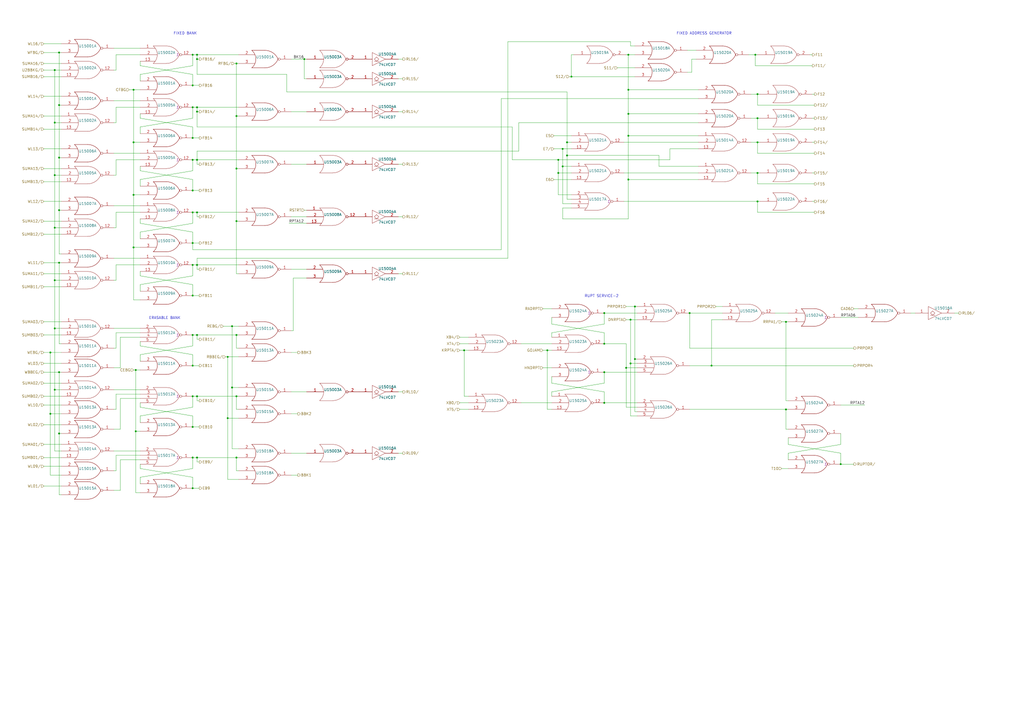
<source format=kicad_sch>
(kicad_sch (version 20211123) (generator eeschema)
  (paper "A2")
  (junction (at 29.21 204.47))
  (junction (at 111.76 80.01))
  (junction (at 111.76 247.65))
  (junction (at 111.76 49.53))
  (junction (at 350.52 181.61))
  (junction (at 323.85 100.33))
  (junction (at 137.16 128.27))
  (junction (at 114.3 62.23))
  (junction (at 132.08 242.57))
  (junction (at 439.42 100.33))
  (junction (at 31.75 132.08))
  (junction (at 326.39 96.52))
  (junction (at 269.24 203.2))
  (junction (at 368.3 177.8))
  (junction (at 326.39 86.36))
  (junction (at 77.47 143.51))
  (junction (at 438.15 31.75))
  (junction (at 114.3 123.19))
  (junction (at 134.62 189.23))
  (junction (at 111.76 265.43))
  (junction (at 137.16 67.31))
  (junction (at 365.76 185.42))
  (junction (at 350.52 199.39))
  (junction (at 111.76 194.31))
  (junction (at 77.47 113.03))
  (junction (at 114.3 229.87))
  (junction (at 77.47 52.07))
  (junction (at 412.75 212.09))
  (junction (at 111.76 171.45))
  (junction (at 31.75 71.12))
  (junction (at 364.49 31.75))
  (junction (at 111.76 229.87))
  (junction (at 111.76 110.49))
  (junction (at 111.76 153.67))
  (junction (at 137.16 97.79))
  (junction (at 111.76 140.97))
  (junction (at 114.3 153.67))
  (junction (at 364.49 104.14))
  (junction (at 114.3 265.43))
  (junction (at 111.76 212.09))
  (junction (at 364.49 78.74))
  (junction (at 137.16 36.83))
  (junction (at 111.76 123.19))
  (junction (at 114.3 31.75))
  (junction (at 78.74 250.19))
  (junction (at 29.21 240.03))
  (junction (at 114.3 92.71))
  (junction (at 328.93 82.55))
  (junction (at 368.3 208.28))
  (junction (at 331.47 44.45))
  (junction (at 114.3 194.31))
  (junction (at 176.53 34.29))
  (junction (at 137.16 229.87))
  (junction (at 439.42 68.58))
  (junction (at 34.29 121.92))
  (junction (at 31.75 190.5))
  (junction (at 34.29 30.48))
  (junction (at 364.49 52.07))
  (junction (at 439.42 54.61))
  (junction (at 114.3 64.77))
  (junction (at 363.22 213.36))
  (junction (at 34.29 215.9))
  (junction (at 78.74 214.63))
  (junction (at 132.08 207.01))
  (junction (at 34.29 91.44))
  (junction (at 439.42 116.84))
  (junction (at 114.3 34.29))
  (junction (at 350.52 233.68))
  (junction (at 111.76 31.75))
  (junction (at 487.68 269.24))
  (junction (at 34.29 60.96))
  (junction (at 364.49 66.04))
  (junction (at 31.75 162.56))
  (junction (at 455.93 186.69))
  (junction (at 111.76 92.71))
  (junction (at 77.47 82.55))
  (junction (at 31.75 40.64))
  (junction (at 111.76 62.23))
  (junction (at 323.85 92.71))
  (junction (at 31.75 226.06))
  (junction (at 439.42 82.55))
  (junction (at 34.29 152.4))
  (junction (at 111.76 283.21))
  (junction (at 317.5 203.2))
  (junction (at 328.93 90.17))
  (junction (at 455.93 237.49))
  (junction (at 137.16 194.31))
  (junction (at 134.62 224.79))
  (junction (at 400.05 181.61))
  (junction (at 365.76 210.82))
  (junction (at 350.52 215.9))
  (junction (at 34.29 251.46))
  (junction (at 31.75 101.6))
  (junction (at 137.16 265.43))
  (wire (pts (xy 137.16 158.75) (xy 138.43 158.75)))
  (wire (pts (xy 176.53 45.72) (xy 176.53 34.29)))
  (wire (pts (xy 471.17 54.61) (xy 472.44 54.61)))
  (wire (pts (xy 317.5 203.2) (xy 320.04 203.2)))
  (wire (pts (xy 439.42 54.61) (xy 439.42 60.96)))
  (wire (pts (xy 368.3 238.76) (xy 369.57 238.76)))
  (wire (pts (xy 297.18 92.71) (xy 297.18 73.66)))
  (wire (pts (xy 439.42 123.19) (xy 472.44 123.19)))
  (wire (pts (xy 74.93 52.07) (xy 77.47 52.07)))
  (wire (pts (xy 455.93 186.69) (xy 457.2 186.69)))
  (wire (pts (xy 231.14 95.25) (xy 233.68 95.25)))
  (wire (pts (xy 114.3 156.21) (xy 115.57 156.21)))
  (wire (pts (xy 231.14 45.72) (xy 233.68 45.72)))
  (wire (pts (xy 31.75 162.56) (xy 35.56 162.56)))
  (wire (pts (xy 35.56 194.31) (xy 25.4 194.31)))
  (wire (pts (xy 134.62 260.35) (xy 138.43 260.35)))
  (wire (pts (xy 66.04 201.93) (xy 67.31 201.93)))
  (wire (pts (xy 271.78 199.39) (xy 266.7 199.39)))
  (wire (pts (xy 438.15 31.75) (xy 438.15 38.1)))
  (wire (pts (xy 330.2 44.45) (xy 331.47 44.45)))
  (wire (pts (xy 114.3 265.43) (xy 137.16 265.43)))
  (wire (pts (xy 67.31 237.49) (xy 67.31 228.6)))
  (wire (pts (xy 67.31 162.56) (xy 66.04 162.56)))
  (wire (pts (xy 34.29 30.48) (xy 35.56 30.48)))
  (wire (pts (xy 69.85 266.7) (xy 81.28 266.7)))
  (wire (pts (xy 350.52 233.68) (xy 369.57 233.68)))
  (wire (pts (xy 300.99 71.12) (xy 405.13 71.12)))
  (wire (pts (xy 66.04 213.36) (xy 69.85 213.36)))
  (wire (pts (xy 365.76 26.67) (xy 368.3 26.67)))
  (wire (pts (xy 31.75 190.5) (xy 35.56 190.5)))
  (wire (pts (xy 81.28 200.66) (xy 81.28 198.12)))
  (wire (pts (xy 67.31 193.04) (xy 81.28 193.04)))
  (wire (pts (xy 323.85 100.33) (xy 331.47 100.33)))
  (wire (pts (xy 114.3 229.87) (xy 114.3 232.41)))
  (wire (pts (xy 67.31 264.16) (xy 81.28 264.16)))
  (wire (pts (xy 382.27 90.17) (xy 382.27 96.52)))
  (wire (pts (xy 111.76 123.19) (xy 111.76 129.54)))
  (wire (pts (xy 34.29 251.46) (xy 34.29 287.02)))
  (wire (pts (xy 81.28 205.74) (xy 81.28 209.55)))
  (wire (pts (xy 114.3 153.67) (xy 138.43 153.67)))
  (wire (pts (xy 271.78 237.49) (xy 266.7 237.49)))
  (wire (pts (xy 168.91 275.59) (xy 172.72 275.59)))
  (wire (pts (xy 114.3 31.75) (xy 138.43 31.75)))
  (wire (pts (xy 111.76 31.75) (xy 114.3 31.75)))
  (wire (pts (xy 29.21 204.47) (xy 35.56 204.47)))
  (wire (pts (xy 331.47 104.14) (xy 321.31 104.14)))
  (wire (pts (xy 134.62 189.23) (xy 134.62 224.79)))
  (wire (pts (xy 31.75 71.12) (xy 35.56 71.12)))
  (wire (pts (xy 29.21 204.47) (xy 29.21 240.03)))
  (wire (pts (xy 66.04 226.06) (xy 81.28 226.06)))
  (wire (pts (xy 81.28 236.22) (xy 81.28 233.68)))
  (wire (pts (xy 364.49 104.14) (xy 364.49 127)))
  (wire (pts (xy 368.3 39.37) (xy 358.14 39.37)))
  (wire (pts (xy 67.31 132.08) (xy 66.04 132.08)))
  (wire (pts (xy 114.3 31.75) (xy 114.3 34.29)))
  (wire (pts (xy 134.62 224.79) (xy 138.43 224.79)))
  (wire (pts (xy 111.76 271.78) (xy 81.28 276.86)))
  (wire (pts (xy 365.76 185.42) (xy 365.76 210.82)))
  (wire (pts (xy 439.42 60.96) (xy 472.44 60.96)))
  (wire (pts (xy 331.47 31.75) (xy 332.74 31.75)))
  (wire (pts (xy 382.27 96.52) (xy 405.13 96.52)))
  (wire (pts (xy 137.16 97.79) (xy 137.16 128.27)))
  (wire (pts (xy 114.3 149.86) (xy 114.3 153.67)))
  (wire (pts (xy 77.47 52.07) (xy 77.47 82.55)))
  (wire (pts (xy 34.29 251.46) (xy 35.56 251.46)))
  (wire (pts (xy 457.2 271.78) (xy 453.39 271.78)))
  (wire (pts (xy 111.76 62.23) (xy 111.76 68.58)))
  (wire (pts (xy 66.04 261.62) (xy 81.28 261.62)))
  (wire (pts (xy 455.93 232.41) (xy 457.2 232.41)))
  (wire (pts (xy 132.08 242.57) (xy 138.43 242.57)))
  (wire (pts (xy 326.39 86.36) (xy 331.47 86.36)))
  (wire (pts (xy 31.75 40.64) (xy 31.75 71.12)))
  (wire (pts (xy 364.49 31.75) (xy 364.49 52.07)))
  (wire (pts (xy 111.76 123.19) (xy 114.3 123.19)))
  (wire (pts (xy 320.04 213.36) (xy 314.96 213.36)))
  (wire (pts (xy 271.78 233.68) (xy 266.7 233.68)))
  (wire (pts (xy 111.76 160.02) (xy 81.28 165.1)))
  (wire (pts (xy 363.22 31.75) (xy 364.49 31.75)))
  (wire (pts (xy 114.3 92.71) (xy 138.43 92.71)))
  (wire (pts (xy 439.42 82.55) (xy 440.69 82.55)))
  (wire (pts (xy 326.39 118.11) (xy 331.47 118.11)))
  (wire (pts (xy 455.93 248.92) (xy 457.2 248.92)))
  (wire (pts (xy 368.3 208.28) (xy 368.3 238.76)))
  (wire (pts (xy 114.3 34.29) (xy 114.3 43.18)))
  (wire (pts (xy 297.18 73.66) (xy 114.3 73.66)))
  (wire (pts (xy 137.16 237.49) (xy 138.43 237.49)))
  (wire (pts (xy 81.28 68.58) (xy 81.28 66.04)))
  (wire (pts (xy 29.21 240.03) (xy 29.21 275.59)))
  (wire (pts (xy 166.37 43.18) (xy 166.37 53.34)))
  (wire (pts (xy 35.56 105.41) (xy 25.4 105.41)))
  (wire (pts (xy 114.3 123.19) (xy 138.43 123.19)))
  (wire (pts (xy 137.16 229.87) (xy 138.43 229.87)))
  (wire (pts (xy 29.21 240.03) (xy 35.56 240.03)))
  (wire (pts (xy 34.29 147.32) (xy 35.56 147.32)))
  (wire (pts (xy 81.28 38.1) (xy 81.28 35.56)))
  (wire (pts (xy 361.95 116.84) (xy 439.42 116.84)))
  (wire (pts (xy 168.91 204.47) (xy 172.72 204.47)))
  (wire (pts (xy 132.08 242.57) (xy 132.08 278.13)))
  (wire (pts (xy 130.81 207.01) (xy 132.08 207.01)))
  (wire (pts (xy 271.78 195.58) (xy 266.7 195.58)))
  (wire (pts (xy 25.4 152.4) (xy 34.29 152.4)))
  (wire (pts (xy 67.31 71.12) (xy 66.04 71.12)))
  (wire (pts (xy 137.16 273.05) (xy 138.43 273.05)))
  (wire (pts (xy 365.76 210.82) (xy 369.57 210.82)))
  (wire (pts (xy 419.1 177.8) (xy 415.29 177.8)))
  (wire (pts (xy 439.42 82.55) (xy 439.42 88.9)))
  (wire (pts (xy 25.4 204.47) (xy 29.21 204.47)))
  (wire (pts (xy 81.28 271.78) (xy 81.28 269.24)))
  (wire (pts (xy 137.16 265.43) (xy 137.16 273.05)))
  (wire (pts (xy 34.29 91.44) (xy 34.29 121.92)))
  (wire (pts (xy 302.26 233.68) (xy 320.04 233.68)))
  (wire (pts (xy 111.76 49.53) (xy 115.57 49.53)))
  (wire (pts (xy 114.3 123.19) (xy 114.3 125.73)))
  (wire (pts (xy 317.5 203.2) (xy 317.5 237.49)))
  (wire (pts (xy 439.42 106.68) (xy 472.44 106.68)))
  (wire (pts (xy 31.75 132.08) (xy 35.56 132.08)))
  (wire (pts (xy 368.3 177.8) (xy 369.57 177.8)))
  (wire (pts (xy 81.28 104.14) (xy 81.28 107.95)))
  (wire (pts (xy 78.74 250.19) (xy 78.74 285.75)))
  (wire (pts (xy 67.31 228.6) (xy 81.28 228.6)))
  (wire (pts (xy 321.31 86.36) (xy 326.39 86.36)))
  (wire (pts (xy 111.76 212.09) (xy 115.57 212.09)))
  (wire (pts (xy 471.17 68.58) (xy 472.44 68.58)))
  (wire (pts (xy 35.56 186.69) (xy 25.4 186.69)))
  (wire (pts (xy 111.76 165.1) (xy 81.28 160.02)))
  (wire (pts (xy 111.76 99.06) (xy 81.28 104.14)))
  (wire (pts (xy 35.56 86.36) (xy 25.4 86.36)))
  (wire (pts (xy 168.91 240.03) (xy 172.72 240.03)))
  (wire (pts (xy 364.49 66.04) (xy 364.49 78.74)))
  (wire (pts (xy 364.49 52.07) (xy 405.13 52.07)))
  (wire (pts (xy 111.76 68.58) (xy 81.28 73.66)))
  (wire (pts (xy 35.56 116.84) (xy 25.4 116.84)))
  (wire (pts (xy 114.3 194.31) (xy 114.3 196.85)))
  (wire (pts (xy 364.49 104.14) (xy 405.13 104.14)))
  (wire (pts (xy 439.42 68.58) (xy 440.69 68.58)))
  (wire (pts (xy 439.42 88.9) (xy 472.44 88.9)))
  (wire (pts (xy 81.28 153.67) (xy 67.31 153.67)))
  (wire (pts (xy 137.16 67.31) (xy 138.43 67.31)))
  (wire (pts (xy 111.76 43.18) (xy 81.28 38.1)))
  (wire (pts (xy 35.56 210.82) (xy 25.4 210.82)))
  (wire (pts (xy 35.56 158.75) (xy 25.4 158.75)))
  (wire (pts (xy 471.17 82.55) (xy 472.44 82.55)))
  (wire (pts (xy 365.76 241.3) (xy 369.57 241.3)))
  (wire (pts (xy 350.52 199.39) (xy 363.22 199.39)))
  (wire (pts (xy 111.76 194.31) (xy 111.76 200.66)))
  (wire (pts (xy 81.28 92.71) (xy 67.31 92.71)))
  (wire (pts (xy 67.31 153.67) (xy 67.31 162.56)))
  (wire (pts (xy 137.16 36.83) (xy 138.43 36.83)))
  (wire (pts (xy 528.32 181.61) (xy 530.86 181.61)))
  (wire (pts (xy 364.49 127) (xy 326.39 127)))
  (wire (pts (xy 78.74 214.63) (xy 78.74 250.19)))
  (wire (pts (xy 34.29 60.96) (xy 34.29 91.44)))
  (wire (pts (xy 320.04 222.25) (xy 320.04 218.44)))
  (wire (pts (xy 400.05 181.61) (xy 400.05 201.93)))
  (wire (pts (xy 412.75 185.42) (xy 419.1 185.42)))
  (wire (pts (xy 176.53 34.29) (xy 177.8 34.29)))
  (wire (pts (xy 81.28 241.3) (xy 81.28 245.11)))
  (wire (pts (xy 81.28 43.18) (xy 81.28 46.99)))
  (wire (pts (xy 170.18 161.29) (xy 177.8 161.29)))
  (wire (pts (xy 81.28 123.19) (xy 67.31 123.19)))
  (wire (pts (xy 111.76 171.45) (xy 115.57 171.45)))
  (wire (pts (xy 81.28 62.23) (xy 67.31 62.23)))
  (wire (pts (xy 363.22 177.8) (xy 368.3 177.8)))
  (wire (pts (xy 177.8 121.92) (xy 176.53 121.92)))
  (wire (pts (xy 497.84 179.07) (xy 495.3 179.07)))
  (wire (pts (xy 111.76 247.65) (xy 111.76 241.3)))
  (wire (pts (xy 177.8 156.21) (xy 168.91 156.21)))
  (wire (pts (xy 435.61 54.61) (xy 439.42 54.61)))
  (wire (pts (xy 328.93 53.34) (xy 328.93 82.55)))
  (wire (pts (xy 77.47 113.03) (xy 81.28 113.03)))
  (wire (pts (xy 137.16 229.87) (xy 137.16 237.49)))
  (wire (pts (xy 111.76 283.21) (xy 115.57 283.21)))
  (wire (pts (xy 412.75 212.09) (xy 495.3 212.09)))
  (wire (pts (xy 111.76 276.86) (xy 81.28 271.78)))
  (wire (pts (xy 111.76 73.66) (xy 81.28 68.58)))
  (wire (pts (xy 69.85 213.36) (xy 69.85 195.58)))
  (wire (pts (xy 350.52 181.61) (xy 350.52 187.96)))
  (wire (pts (xy 111.76 247.65) (xy 115.57 247.65)))
  (wire (pts (xy 114.3 87.63) (xy 114.3 92.71)))
  (wire (pts (xy 166.37 53.34) (xy 328.93 53.34)))
  (wire (pts (xy 328.93 82.55) (xy 328.93 90.17)))
  (wire (pts (xy 134.62 224.79) (xy 134.62 260.35)))
  (wire (pts (xy 111.76 92.71) (xy 111.76 99.06)))
  (wire (pts (xy 231.14 262.89) (xy 233.68 262.89)))
  (wire (pts (xy 388.62 86.36) (xy 388.62 92.71)))
  (wire (pts (xy 439.42 100.33) (xy 440.69 100.33)))
  (wire (pts (xy 114.3 87.63) (xy 300.99 87.63)))
  (wire (pts (xy 331.47 31.75) (xy 331.47 44.45)))
  (wire (pts (xy 35.56 97.79) (xy 25.4 97.79)))
  (wire (pts (xy 487.68 257.81) (xy 457.2 262.89)))
  (wire (pts (xy 66.04 88.9) (xy 81.28 88.9)))
  (wire (pts (xy 111.76 80.01) (xy 115.57 80.01)))
  (wire (pts (xy 35.56 257.81) (xy 25.4 257.81)))
  (wire (pts (xy 77.47 143.51) (xy 81.28 143.51)))
  (wire (pts (xy 455.93 237.49) (xy 457.2 237.49)))
  (wire (pts (xy 25.4 40.64) (xy 31.75 40.64)))
  (wire (pts (xy 31.75 101.6) (xy 31.75 132.08)))
  (wire (pts (xy 168.91 262.89) (xy 177.8 262.89)))
  (wire (pts (xy 368.3 177.8) (xy 368.3 208.28)))
  (wire (pts (xy 439.42 116.84) (xy 439.42 123.19)))
  (wire (pts (xy 34.29 199.39) (xy 34.29 152.4)))
  (wire (pts (xy 401.32 34.29) (xy 403.86 34.29)))
  (wire (pts (xy 453.39 186.69) (xy 455.93 186.69)))
  (wire (pts (xy 137.16 201.93) (xy 138.43 201.93)))
  (wire (pts (xy 487.68 234.95) (xy 501.65 234.95)))
  (wire (pts (xy 29.21 275.59) (xy 35.56 275.59)))
  (wire (pts (xy 487.68 184.15) (xy 497.84 184.15)))
  (wire (pts (xy 434.34 31.75) (xy 438.15 31.75)))
  (wire (pts (xy 66.04 58.42) (xy 81.28 58.42)))
  (wire (pts (xy 132.08 278.13) (xy 138.43 278.13)))
  (wire (pts (xy 363.22 199.39) (xy 363.22 213.36)))
  (wire (pts (xy 111.76 265.43) (xy 111.76 271.78)))
  (wire (pts (xy 111.76 62.23) (xy 114.3 62.23)))
  (wire (pts (xy 67.31 123.19) (xy 67.31 132.08)))
  (wire (pts (xy 135.89 36.83) (xy 137.16 36.83)))
  (wire (pts (xy 170.18 191.77) (xy 170.18 161.29)))
  (wire (pts (xy 350.52 215.9) (xy 350.52 222.25)))
  (wire (pts (xy 331.47 44.45) (xy 368.3 44.45)))
  (wire (pts (xy 111.76 229.87) (xy 111.76 236.22)))
  (wire (pts (xy 400.05 201.93) (xy 495.3 201.93)))
  (wire (pts (xy 35.56 67.31) (xy 25.4 67.31)))
  (wire (pts (xy 35.56 265.43) (xy 25.4 265.43)))
  (wire (pts (xy 81.28 165.1) (xy 81.28 168.91)))
  (wire (pts (xy 25.4 30.48) (xy 34.29 30.48)))
  (wire (pts (xy 35.56 222.25) (xy 25.4 222.25)))
  (wire (pts (xy 67.31 273.05) (xy 67.31 264.16)))
  (wire (pts (xy 34.29 30.48) (xy 34.29 60.96)))
  (wire (pts (xy 290.83 57.15) (xy 405.13 57.15)))
  (wire (pts (xy 323.85 113.03) (xy 331.47 113.03)))
  (wire (pts (xy 114.3 265.43) (xy 114.3 267.97)))
  (wire (pts (xy 114.3 232.41) (xy 115.57 232.41)))
  (wire (pts (xy 111.76 241.3) (xy 81.28 236.22)))
  (wire (pts (xy 111.76 110.49) (xy 115.57 110.49)))
  (wire (pts (xy 34.29 152.4) (xy 35.56 152.4)))
  (wire (pts (xy 487.68 251.46) (xy 487.68 257.81)))
  (wire (pts (xy 320.04 193.04) (xy 320.04 195.58)))
  (wire (pts (xy 405.13 86.36) (xy 388.62 86.36)))
  (wire (pts (xy 350.52 222.25) (xy 320.04 227.33)))
  (wire (pts (xy 471.17 116.84) (xy 472.44 116.84)))
  (wire (pts (xy 487.68 269.24) (xy 487.68 262.89)))
  (wire (pts (xy 435.61 100.33) (xy 439.42 100.33)))
  (wire (pts (xy 231.14 34.29) (xy 233.68 34.29)))
  (wire (pts (xy 81.28 31.75) (xy 67.31 31.75)))
  (wire (pts (xy 111.76 153.67) (xy 114.3 153.67)))
  (wire (pts (xy 438.15 31.75) (xy 439.42 31.75)))
  (wire (pts (xy 34.29 215.9) (xy 34.29 251.46)))
  (wire (pts (xy 328.93 115.57) (xy 331.47 115.57)))
  (wire (pts (xy 439.42 116.84) (xy 440.69 116.84)))
  (wire (pts (xy 77.47 82.55) (xy 81.28 82.55)))
  (wire (pts (xy 369.57 208.28) (xy 368.3 208.28)))
  (wire (pts (xy 111.76 200.66) (xy 81.28 205.74)))
  (wire (pts (xy 81.28 73.66) (xy 81.28 77.47)))
  (wire (pts (xy 231.14 158.75) (xy 233.68 158.75)))
  (wire (pts (xy 320.04 227.33) (xy 320.04 229.87)))
  (wire (pts (xy 326.39 127) (xy 326.39 120.65)))
  (wire (pts (xy 67.31 92.71) (xy 67.31 101.6)))
  (wire (pts (xy 168.91 64.77) (xy 177.8 64.77)))
  (wire (pts (xy 363.22 213.36) (xy 363.22 236.22)))
  (wire (pts (xy 31.75 190.5) (xy 31.75 226.06)))
  (wire (pts (xy 364.49 66.04) (xy 405.13 66.04)))
  (wire (pts (xy 35.56 74.93) (xy 25.4 74.93)))
  (wire (pts (xy 320.04 179.07) (xy 314.96 179.07)))
  (wire (pts (xy 137.16 128.27) (xy 137.16 158.75)))
  (wire (pts (xy 111.76 92.71) (xy 114.3 92.71)))
  (wire (pts (xy 363.22 185.42) (xy 365.76 185.42)))
  (wire (pts (xy 137.16 265.43) (xy 138.43 265.43)))
  (wire (pts (xy 35.56 128.27) (xy 25.4 128.27)))
  (wire (pts (xy 323.85 92.71) (xy 323.85 100.33)))
  (wire (pts (xy 168.91 34.29) (xy 176.53 34.29)))
  (wire (pts (xy 369.57 181.61) (xy 350.52 181.61)))
  (wire (pts (xy 111.76 265.43) (xy 114.3 265.43)))
  (wire (pts (xy 31.75 261.62) (xy 35.56 261.62)))
  (wire (pts (xy 111.76 144.78) (xy 290.83 144.78)))
  (wire (pts (xy 35.56 229.87) (xy 25.4 229.87)))
  (wire (pts (xy 439.42 68.58) (xy 439.42 74.93)))
  (wire (pts (xy 487.68 269.24) (xy 495.3 269.24)))
  (wire (pts (xy 269.24 229.87) (xy 269.24 203.2)))
  (wire (pts (xy 111.76 31.75) (xy 111.76 38.1)))
  (wire (pts (xy 435.61 82.55) (xy 439.42 82.55)))
  (wire (pts (xy 35.56 246.38) (xy 25.4 246.38)))
  (wire (pts (xy 455.93 186.69) (xy 455.93 232.41)))
  (wire (pts (xy 31.75 101.6) (xy 35.56 101.6)))
  (wire (pts (xy 350.52 215.9) (xy 369.57 215.9)))
  (wire (pts (xy 111.76 171.45) (xy 111.76 165.1)))
  (wire (pts (xy 69.85 231.14) (xy 81.28 231.14)))
  (wire (pts (xy 364.49 52.07) (xy 364.49 66.04)))
  (wire (pts (xy 400.05 237.49) (xy 455.93 237.49)))
  (wire (pts (xy 34.29 287.02) (xy 35.56 287.02)))
  (wire (pts (xy 400.05 212.09) (xy 412.75 212.09)))
  (wire (pts (xy 365.76 210.82) (xy 365.76 241.3)))
  (wire (pts (xy 300.99 87.63) (xy 300.99 71.12)))
  (wire (pts (xy 114.3 34.29) (xy 115.57 34.29)))
  (wire (pts (xy 137.16 194.31) (xy 137.16 201.93)))
  (wire (pts (xy 66.04 248.92) (xy 69.85 248.92)))
  (wire (pts (xy 35.56 281.94) (xy 25.4 281.94)))
  (wire (pts (xy 67.31 62.23) (xy 67.31 71.12)))
  (wire (pts (xy 66.04 149.86) (xy 81.28 149.86)))
  (wire (pts (xy 34.29 199.39) (xy 35.56 199.39)))
  (wire (pts (xy 81.28 99.06) (xy 81.28 96.52)))
  (wire (pts (xy 361.95 100.33) (xy 405.13 100.33)))
  (wire (pts (xy 328.93 82.55) (xy 331.47 82.55)))
  (wire (pts (xy 398.78 29.21) (xy 403.86 29.21)))
  (wire (pts (xy 66.04 284.48) (xy 69.85 284.48)))
  (wire (pts (xy 129.54 189.23) (xy 134.62 189.23)))
  (wire (pts (xy 111.76 212.09) (xy 111.76 205.74)))
  (wire (pts (xy 67.31 31.75) (xy 67.31 40.64)))
  (wire (pts (xy 290.83 144.78) (xy 290.83 57.15)))
  (wire (pts (xy 35.56 55.88) (xy 25.4 55.88)))
  (wire (pts (xy 398.78 41.91) (xy 401.32 41.91)))
  (wire (pts (xy 363.22 213.36) (xy 369.57 213.36)))
  (wire (pts (xy 77.47 173.99) (xy 81.28 173.99)))
  (wire (pts (xy 114.3 62.23) (xy 114.3 64.77)))
  (wire (pts (xy 400.05 181.61) (xy 419.1 181.61)))
  (wire (pts (xy 168.91 227.33) (xy 177.8 227.33)))
  (wire (pts (xy 25.4 215.9) (xy 34.29 215.9)))
  (wire (pts (xy 350.52 199.39) (xy 350.52 193.04)))
  (wire (pts (xy 77.47 143.51) (xy 77.47 173.99)))
  (wire (pts (xy 364.49 78.74) (xy 405.13 78.74)))
  (wire (pts (xy 69.85 195.58) (xy 81.28 195.58)))
  (wire (pts (xy 412.75 212.09) (xy 412.75 185.42)))
  (wire (pts (xy 114.3 62.23) (xy 138.43 62.23)))
  (wire (pts (xy 328.93 90.17) (xy 382.27 90.17)))
  (wire (pts (xy 363.22 236.22) (xy 369.57 236.22)))
  (wire (pts (xy 69.85 284.48) (xy 69.85 266.7)))
  (wire (pts (xy 326.39 96.52) (xy 331.47 96.52)))
  (wire (pts (xy 326.39 96.52) (xy 326.39 118.11)))
  (wire (pts (xy 314.96 203.2) (xy 317.5 203.2)))
  (wire (pts (xy 35.56 270.51) (xy 25.4 270.51)))
  (wire (pts (xy 66.04 273.05) (xy 67.31 273.05)))
  (wire (pts (xy 69.85 248.92) (xy 69.85 231.14)))
  (wire (pts (xy 302.26 199.39) (xy 320.04 199.39)))
  (wire (pts (xy 66.04 27.94) (xy 81.28 27.94)))
  (wire (pts (xy 294.64 149.86) (xy 114.3 149.86)))
  (wire (pts (xy 67.31 201.93) (xy 67.31 193.04)))
  (wire (pts (xy 269.24 203.2) (xy 271.78 203.2)))
  (wire (pts (xy 320.04 187.96) (xy 320.04 184.15)))
  (wire (pts (xy 457.2 257.81) (xy 457.2 254)))
  (wire (pts (xy 114.3 92.71) (xy 114.3 95.25)))
  (wire (pts (xy 294.64 24.13) (xy 365.76 24.13)))
  (wire (pts (xy 111.76 104.14) (xy 81.28 99.06)))
  (wire (pts (xy 439.42 54.61) (xy 440.69 54.61)))
  (wire (pts (xy 81.28 276.86) (xy 81.28 280.67)))
  (wire (pts (xy 137.16 36.83) (xy 137.16 67.31)))
  (wire (pts (xy 81.28 250.19) (xy 78.74 250.19)))
  (wire (pts (xy 435.61 68.58) (xy 439.42 68.58)))
  (wire (pts (xy 457.2 262.89) (xy 457.2 266.7)))
  (wire (pts (xy 67.31 101.6) (xy 66.04 101.6)))
  (wire (pts (xy 350.52 187.96) (xy 320.04 193.04)))
  (wire (pts (xy 168.91 191.77) (xy 170.18 191.77)))
  (wire (pts (xy 365.76 24.13) (xy 365.76 26.67)))
  (wire (pts (xy 114.3 196.85) (xy 115.57 196.85)))
  (wire (pts (xy 31.75 71.12) (xy 31.75 101.6)))
  (wire (pts (xy 77.47 113.03) (xy 77.47 143.51)))
  (wire (pts (xy 114.3 153.67) (xy 114.3 156.21)))
  (wire (pts (xy 137.16 194.31) (xy 138.43 194.31)))
  (wire (pts (xy 111.76 236.22) (xy 81.28 241.3)))
  (wire (pts (xy 77.47 52.07) (xy 81.28 52.07)))
  (wire (pts (xy 350.52 193.04) (xy 320.04 187.96)))
  (wire (pts (xy 35.56 135.89) (xy 25.4 135.89)))
  (wire (pts (xy 31.75 226.06) (xy 35.56 226.06)))
  (wire (pts (xy 111.76 134.62) (xy 81.28 129.54)))
  (wire (pts (xy 114.3 64.77) (xy 115.57 64.77)))
  (wire (pts (xy 111.76 194.31) (xy 114.3 194.31)))
  (wire (pts (xy 323.85 92.71) (xy 297.18 92.71)))
  (wire (pts (xy 77.47 214.63) (xy 78.74 214.63)))
  (wire (pts (xy 469.9 31.75) (xy 471.17 31.75)))
  (wire (pts (xy 111.76 229.87) (xy 114.3 229.87)))
  (wire (pts (xy 111.76 110.49) (xy 111.76 104.14)))
  (wire (pts (xy 34.29 91.44) (xy 35.56 91.44)))
  (wire (pts (xy 328.93 90.17) (xy 328.93 115.57)))
  (wire (pts (xy 132.08 207.01) (xy 132.08 242.57)))
  (wire (pts (xy 364.49 78.74) (xy 364.49 104.14)))
  (wire (pts (xy 134.62 189.23) (xy 138.43 189.23)))
  (wire (pts (xy 111.76 134.62) (xy 111.76 140.97)))
  (wire (pts (xy 137.16 97.79) (xy 138.43 97.79)))
  (wire (pts (xy 350.52 227.33) (xy 320.04 222.25)))
  (wire (pts (xy 111.76 283.21) (xy 111.76 276.86)))
  (wire (pts (xy 34.29 215.9) (xy 35.56 215.9)))
  (wire (pts (xy 132.08 207.01) (xy 138.43 207.01)))
  (wire (pts (xy 114.3 229.87) (xy 137.16 229.87)))
  (wire (pts (xy 114.3 194.31) (xy 137.16 194.31)))
  (wire (pts (xy 365.76 185.42) (xy 369.57 185.42)))
  (wire (pts (xy 350.52 233.68) (xy 350.52 227.33)))
  (wire (pts (xy 34.29 121.92) (xy 35.56 121.92)))
  (wire (pts (xy 266.7 203.2) (xy 269.24 203.2)))
  (wire (pts (xy 114.3 95.25) (xy 115.57 95.25)))
  (wire (pts (xy 168.91 95.25) (xy 177.8 95.25)))
  (wire (pts (xy 323.85 100.33) (xy 323.85 113.03)))
  (wire (pts (xy 455.93 237.49) (xy 455.93 248.92)))
  (wire (pts (xy 31.75 162.56) (xy 31.75 190.5)))
  (wire (pts (xy 471.17 100.33) (xy 472.44 100.33)))
  (wire (pts (xy 361.95 82.55) (xy 405.13 82.55)))
  (wire (pts (xy 78.74 214.63) (xy 81.28 214.63)))
  (wire (pts (xy 137.16 67.31) (xy 137.16 97.79)))
  (wire (pts (xy 25.4 166.37) (xy 35.56 166.37)))
  (wire (pts (xy 364.49 31.75) (xy 368.3 31.75)))
  (wire (pts (xy 231.14 125.73) (xy 233.68 125.73)))
  (wire (pts (xy 34.29 60.96) (xy 35.56 60.96)))
  (wire (pts (xy 66.04 237.49) (xy 67.31 237.49)))
  (wire (pts (xy 331.47 78.74) (xy 321.31 78.74)))
  (wire (pts (xy 177.8 129.54) (xy 167.64 129.54)))
  (wire (pts (xy 81.28 134.62) (xy 81.28 138.43)))
  (wire (pts (xy 31.75 40.64) (xy 35.56 40.64)))
  (wire (pts (xy 81.28 160.02) (xy 81.28 157.48)))
  (wire (pts (xy 111.76 129.54) (xy 81.28 134.62)))
  (wire (pts (xy 25.4 44.45) (xy 35.56 44.45)))
  (wire (pts (xy 111.76 38.1) (xy 81.28 43.18)))
  (wire (pts (xy 326.39 86.36) (xy 326.39 96.52)))
  (wire (pts (xy 34.29 121.92) (xy 34.29 147.32)))
  (wire (pts (xy 388.62 92.71) (xy 323.85 92.71)))
  (wire (pts (xy 114.3 125.73) (xy 115.57 125.73)))
  (wire (pts (xy 401.32 41.91) (xy 401.32 34.29)))
  (wire (pts (xy 35.56 36.83) (xy 25.4 36.83)))
  (wire (pts (xy 111.76 80.01) (xy 111.76 73.66)))
  (wire (pts (xy 294.64 24.13) (xy 294.64 149.86)))
  (wire (pts (xy 271.78 229.87) (xy 269.24 229.87)))
  (wire (pts (xy 114.3 43.18) (xy 166.37 43.18)))
  (wire (pts (xy 67.31 40.64) (xy 66.04 40.64)))
  (wire (pts (xy 114.3 267.97) (xy 115.57 267.97)))
  (wire (pts (xy 35.56 234.95) (xy 25.4 234.95)))
  (wire (pts (xy 439.42 100.33) (xy 439.42 106.68)))
  (wire (pts (xy 438.15 38.1) (xy 471.17 38.1)))
  (wire (pts (xy 177.8 125.73) (xy 168.91 125.73)))
  (wire (pts (xy 66.04 190.5) (xy 81.28 190.5)))
  (wire (pts (xy 553.72 181.61) (xy 556.26 181.61)))
  (wire (pts (xy 487.68 262.89) (xy 457.2 257.81)))
  (wire (pts (xy 317.5 237.49) (xy 320.04 237.49)))
  (wire (pts (xy 114.3 64.77) (xy 114.3 73.66)))
  (wire (pts (xy 111.76 205.74) (xy 81.28 200.66)))
  (wire (pts (xy 449.58 181.61) (xy 457.2 181.61)))
  (wire (pts (xy 31.75 226.06) (xy 31.75 261.62)))
  (wire (pts (xy 31.75 132.08) (xy 31.75 162.56)))
  (wire (pts (xy 78.74 285.75) (xy 81.28 285.75)))
  (wire (pts (xy 81.28 129.54) (xy 81.28 127)))
  (wire (pts (xy 111.76 153.67) (xy 111.76 160.02)))
  (wire (pts (xy 66.04 119.38) (xy 81.28 119.38)))
  (wire (pts (xy 439.42 74.93) (xy 472.44 74.93)))
  (wire (pts (xy 231.14 64.77) (xy 233.68 64.77)))
  (wire (pts (xy 177.8 45.72) (xy 176.53 45.72)))
  (wire (pts (xy 77.47 82.55) (xy 77.47 113.03)))
  (wire (pts (xy 111.76 140.97) (xy 111.76 144.78)))
  (wire (pts (xy 137.16 128.27) (xy 138.43 128.27)))
  (wire (pts (xy 231.14 227.33) (xy 233.68 227.33)))
  (wire (pts (xy 326.39 120.65) (xy 331.47 120.65)))
  (wire (pts (xy 111.76 49.53) (xy 111.76 43.18)))
  (wire (pts (xy 111.76 140.97) (xy 115.57 140.97)))
  (wire (pts (xy 35.56 25.4) (xy 25.4 25.4)))
  (text "FIXED BANK" (at 114.3 20.32 180) (effects (font (size 1.524 1.524)) (justify right bottom)))
  (text "FIXED ADDRESS GENERATOR" (at 392.43 20.32 0) (effects (font (size 1.524 1.524)) (justify left bottom)))
  (text "RUPT SERVICE-2" (at 339.09 172.72 0) (effects (font (size 1.524 1.524)) (justify left bottom)))
  (text "ERASABLE BANK" (at 86.36 185.42 0) (effects (font (size 1.524 1.524)) (justify left bottom)))
  (label "RPTAD6" (at 487.68 184.15 0) (effects (font (size 1.524 1.524))))
  (label "RPTA12" (at 501.65 234.95 180) (effects (font (size 1.524 1.524))))
  (label "RPTA12" (at 167.64 129.54 0) (effects (font (size 1.524 1.524))))
  (label "BK16" (at 170.18 34.29 0) (effects (font (size 1.524 1.524))))
  (hierarchical_label "SUMB11/" (shape input) (at 25.4 166.37 180) (effects (font (size 1.524 1.524))))
  (hierarchical_label "RADRPT" (shape input) (at 314.96 179.07 180) (effects (font (size 1.524 1.524))))
  (hierarchical_label "SUMB12/" (shape input) (at 25.4 135.89 180) (effects (font (size 1.524 1.524))))
  (hierarchical_label "WBBEG/" (shape input) (at 25.4 215.9 180) (effects (font (size 1.524 1.524))))
  (hierarchical_label "U2BBKG/" (shape input) (at 25.4 40.64 180) (effects (font (size 1.524 1.524))))
  (hierarchical_label "FB11" (shape output) (at 115.57 171.45 0) (effects (font (size 1.524 1.524))))
  (hierarchical_label "WL01/" (shape input) (at 25.4 281.94 180) (effects (font (size 1.524 1.524))))
  (hierarchical_label "RL16/" (shape output) (at 233.68 34.29 0) (effects (font (size 1.524 1.524))))
  (hierarchical_label "RRPA1/" (shape input) (at 453.39 186.69 180) (effects (font (size 1.524 1.524))))
  (hierarchical_label "RL06/" (shape output) (at 556.26 181.61 0) (effects (font (size 1.524 1.524))))
  (hierarchical_label "RFBG/" (shape input) (at 135.89 36.83 180) (effects (font (size 1.524 1.524))))
  (hierarchical_label "EB11" (shape output) (at 115.57 212.09 0) (effects (font (size 1.524 1.524))))
  (hierarchical_label "PRPOR3" (shape output) (at 495.3 201.93 0) (effects (font (size 1.524 1.524))))
  (hierarchical_label "S11/" (shape input) (at 358.14 39.37 180) (effects (font (size 1.524 1.524))))
  (hierarchical_label "F13" (shape output) (at 472.44 74.93 0) (effects (font (size 1.524 1.524))))
  (hierarchical_label "WL14/" (shape input) (at 25.4 55.88 180) (effects (font (size 1.524 1.524))))
  (hierarchical_label "REBG/" (shape input) (at 129.54 189.23 180) (effects (font (size 1.524 1.524))))
  (hierarchical_label "XT5/" (shape input) (at 266.7 237.49 180) (effects (font (size 1.524 1.524))))
  (hierarchical_label "WL13/" (shape input) (at 25.4 86.36 180) (effects (font (size 1.524 1.524))))
  (hierarchical_label "FB11/" (shape output) (at 115.57 156.21 0) (effects (font (size 1.524 1.524))))
  (hierarchical_label "RSTRT" (shape input) (at 176.53 121.92 180) (effects (font (size 1.524 1.524))))
  (hierarchical_label "FB12/" (shape output) (at 115.57 125.73 0) (effects (font (size 1.524 1.524))))
  (hierarchical_label "T10" (shape input) (at 453.39 271.78 180) (effects (font (size 1.524 1.524))))
  (hierarchical_label "DNRPTA" (shape input) (at 363.22 185.42 180) (effects (font (size 1.524 1.524))))
  (hierarchical_label "WFBG/" (shape input) (at 25.4 30.48 180) (effects (font (size 1.524 1.524))))
  (hierarchical_label "EB11/" (shape output) (at 115.57 196.85 0) (effects (font (size 1.524 1.524))))
  (hierarchical_label "SUMA11/" (shape input) (at 25.4 158.75 180) (effects (font (size 1.524 1.524))))
  (hierarchical_label "RL09/" (shape output) (at 233.68 262.89 0) (effects (font (size 1.524 1.524))))
  (hierarchical_label "SUMB14/" (shape input) (at 25.4 74.93 180) (effects (font (size 1.524 1.524))))
  (hierarchical_label "RL15/" (shape output) (at 233.68 45.72 0) (effects (font (size 1.524 1.524))))
  (hierarchical_label "RL13/" (shape output) (at 233.68 95.25 0) (effects (font (size 1.524 1.524))))
  (hierarchical_label "FB16/" (shape output) (at 115.57 34.29 0) (effects (font (size 1.524 1.524))))
  (hierarchical_label "WL12/" (shape input) (at 25.4 116.84 180) (effects (font (size 1.524 1.524))))
  (hierarchical_label "SUMB13/" (shape input) (at 25.4 105.41 180) (effects (font (size 1.524 1.524))))
  (hierarchical_label "SUMA01/" (shape input) (at 25.4 257.81 180) (effects (font (size 1.524 1.524))))
  (hierarchical_label "E6" (shape input) (at 321.31 104.14 180) (effects (font (size 1.524 1.524))))
  (hierarchical_label "FB16" (shape output) (at 115.57 49.53 0) (effects (font (size 1.524 1.524))))
  (hierarchical_label "FB14" (shape output) (at 115.57 80.01 0) (effects (font (size 1.524 1.524))))
  (hierarchical_label "SUMA02/" (shape input) (at 25.4 222.25 180) (effects (font (size 1.524 1.524))))
  (hierarchical_label "F12" (shape output) (at 472.44 54.61 0) (effects (font (size 1.524 1.524))))
  (hierarchical_label "KRPTA/" (shape input) (at 266.7 203.2 180) (effects (font (size 1.524 1.524))))
  (hierarchical_label "EB10/" (shape output) (at 115.57 232.41 0) (effects (font (size 1.524 1.524))))
  (hierarchical_label "EB9/" (shape output) (at 115.57 267.97 0) (effects (font (size 1.524 1.524))))
  (hierarchical_label "RL10/" (shape output) (at 233.68 227.33 0) (effects (font (size 1.524 1.524))))
  (hierarchical_label "XB4/" (shape input) (at 266.7 195.58 180) (effects (font (size 1.524 1.524))))
  (hierarchical_label "BBK3" (shape output) (at 172.72 204.47 0) (effects (font (size 1.524 1.524))))
  (hierarchical_label "SUMA03/" (shape input) (at 25.4 186.69 180) (effects (font (size 1.524 1.524))))
  (hierarchical_label "WL11/" (shape input) (at 25.4 152.4 180) (effects (font (size 1.524 1.524))))
  (hierarchical_label "FB13/" (shape output) (at 115.57 95.25 0) (effects (font (size 1.524 1.524))))
  (hierarchical_label "F15/" (shape output) (at 472.44 100.33 0) (effects (font (size 1.524 1.524))))
  (hierarchical_label "WL16/" (shape input) (at 25.4 25.4 180) (effects (font (size 1.524 1.524))))
  (hierarchical_label "XT4/" (shape input) (at 266.7 199.39 180) (effects (font (size 1.524 1.524))))
  (hierarchical_label "WL10/" (shape input) (at 25.4 234.95 180) (effects (font (size 1.524 1.524))))
  (hierarchical_label "XB0/" (shape input) (at 266.7 233.68 180) (effects (font (size 1.524 1.524))))
  (hierarchical_label "GOJAM" (shape input) (at 314.96 203.2 180) (effects (font (size 1.524 1.524))))
  (hierarchical_label "BBK1" (shape output) (at 172.72 275.59 0) (effects (font (size 1.524 1.524))))
  (hierarchical_label "HNDRPT" (shape input) (at 314.96 213.36 180) (effects (font (size 1.524 1.524))))
  (hierarchical_label "EB9" (shape output) (at 115.57 283.21 0) (effects (font (size 1.524 1.524))))
  (hierarchical_label "F15" (shape output) (at 472.44 106.68 0) (effects (font (size 1.524 1.524))))
  (hierarchical_label "WL09/" (shape input) (at 25.4 270.51 180) (effects (font (size 1.524 1.524))))
  (hierarchical_label "F13/" (shape output) (at 472.44 68.58 0) (effects (font (size 1.524 1.524))))
  (hierarchical_label "RL12/" (shape output) (at 233.68 125.73 0) (effects (font (size 1.524 1.524))))
  (hierarchical_label "F11" (shape output) (at 471.17 31.75 0) (effects (font (size 1.524 1.524))))
  (hierarchical_label "CAD6" (shape input) (at 495.3 179.07 180) (effects (font (size 1.524 1.524))))
  (hierarchical_label "F16/" (shape output) (at 472.44 116.84 0) (effects (font (size 1.524 1.524))))
  (hierarchical_label "S12/" (shape input) (at 330.2 44.45 180) (effects (font (size 1.524 1.524))))
  (hierarchical_label "PRPOR4" (shape output) (at 495.3 212.09 0) (effects (font (size 1.524 1.524))))
  (hierarchical_label "SUMA13/" (shape input) (at 25.4 97.79 180) (effects (font (size 1.524 1.524))))
  (hierarchical_label "F16" (shape output) (at 472.44 123.19 0) (effects (font (size 1.524 1.524))))
  (hierarchical_label "SUMB01/" (shape input) (at 25.4 265.43 180) (effects (font (size 1.524 1.524))))
  (hierarchical_label "PRPOR2" (shape input) (at 415.29 177.8 180) (effects (font (size 1.524 1.524))))
  (hierarchical_label "E7/" (shape input) (at 321.31 86.36 180) (effects (font (size 1.524 1.524))))
  (hierarchical_label "F11/" (shape output) (at 471.17 38.1 0) (effects (font (size 1.524 1.524))))
  (hierarchical_label "E5" (shape input) (at 321.31 78.74 180) (effects (font (size 1.524 1.524))))
  (hierarchical_label "SUMA12/" (shape input) (at 25.4 128.27 180) (effects (font (size 1.524 1.524))))
  (hierarchical_label "RL14/" (shape output) (at 233.68 64.77 0) (effects (font (size 1.524 1.524))))
  (hierarchical_label "RL11/" (shape output) (at 233.68 158.75 0) (effects (font (size 1.524 1.524))))
  (hierarchical_label "WL02/" (shape input) (at 25.4 246.38 180) (effects (font (size 1.524 1.524))))
  (hierarchical_label "FB13" (shape output) (at 115.57 110.49 0) (effects (font (size 1.524 1.524))))
  (hierarchical_label "CFBG" (shape input) (at 74.93 52.07 180) (effects (font (size 1.524 1.524))))
  (hierarchical_label "RUPTOR/" (shape output) (at 495.3 269.24 0) (effects (font (size 1.524 1.524))))
  (hierarchical_label "F12/" (shape output) (at 472.44 60.96 0) (effects (font (size 1.524 1.524))))
  (hierarchical_label "FB12" (shape output) (at 115.57 140.97 0) (effects (font (size 1.524 1.524))))
  (hierarchical_label "BBK2" (shape output) (at 172.72 240.03 0) (effects (font (size 1.524 1.524))))
  (hierarchical_label "CEBG" (shape input) (at 77.47 214.63 180) (effects (font (size 1.524 1.524))))
  (hierarchical_label "SUMB02/" (shape input) (at 25.4 229.87 180) (effects (font (size 1.524 1.524))))
  (hierarchical_label "SUMA14/" (shape input) (at 25.4 67.31 180) (effects (font (size 1.524 1.524))))
  (hierarchical_label "SUMB16/" (shape input) (at 25.4 44.45 180) (effects (font (size 1.524 1.524))))
  (hierarchical_label "SUMA16/" (shape input) (at 25.4 36.83 180) (effects (font (size 1.524 1.524))))
  (hierarchical_label "RBBEG/" (shape input) (at 130.81 207.01 180) (effects (font (size 1.524 1.524))))
  (hierarchical_label "FB14/" (shape output) (at 115.57 64.77 0) (effects (font (size 1.524 1.524))))
  (hierarchical_label "WL03/" (shape input) (at 25.4 210.82 180) (effects (font (size 1.524 1.524))))
  (hierarchical_label "PRPOR1" (shape input) (at 363.22 177.8 180) (effects (font (size 1.524 1.524))))
  (hierarchical_label "F14/" (shape output) (at 472.44 82.55 0) (effects (font (size 1.524 1.524))))
  (hierarchical_label "SUMB03/" (shape input) (at 25.4 194.31 180) (effects (font (size 1.524 1.524))))
  (hierarchical_label "EB10" (shape output) (at 115.57 247.65 0) (effects (font (size 1.524 1.524))))
  (hierarchical_label "WEBG/" (shape input) (at 25.4 204.47 180) (effects (font (size 1.524 1.524))))
  (hierarchical_label "F14" (shape output) (at 472.44 88.9 0) (effects (font (size 1.524 1.524))))
  (symbol (lib_id "agc_kicad_components:74HC02") (at 50.8 27.94 0)
    (property "Reference" "U15001" (at 50.8 26.67 0) (effects (font (size 1.524 1.524))))
    (property "Value" "74HC02" (effects hide))
  )
  (symbol (lib_id "agc_kicad_components:74HC27") (at 96.52 31.75 0)
    (property "Reference" "U15002" (at 96.52 30.48 0) (effects (font (size 1.524 1.524))))
    (property "Value" "74HC27" (effects hide))
    (property "Initial" "1" (at 102.87 31.75 0) (effects (font (size 1.524 1.524) italic)))
  )
  (symbol (lib_id "agc_kicad_components:74HC02") (at 96.52 49.53 0)
    (property "Reference" "U15001" (at 96.52 48.26 0) (effects (font (size 1.524 1.524))))
    (property "Value" "74HC02" (effects hide))
  )
  (symbol (lib_id "agc_kicad_components:74HC27") (at 50.8 40.64 0)
    (property "Reference" "U15002" (at 50.8 39.37 0) (effects (font (size 1.524 1.524))))
    (property "Value" "74HC27" (effects hide))
  )
  (symbol (lib_id "agc_kicad_components:74HC02") (at 153.67 34.29 0)
    (property "Reference" "U15001" (at 153.67 33.02 0) (effects (font (size 1.524 1.524))))
    (property "Value" "74HC02" (effects hide))
  )
  (symbol (lib_id "agc_kicad_components:74HC04") (at 193.04 34.29 0)
    (property "Reference" "U15003" (at 193.04 33.02 0) (effects (font (size 1.524 1.524))))
    (property "Value" "74HC04" (effects hide))
  )
  (symbol (lib_id "agc_kicad_components:74HC04") (at 193.04 45.72 0)
    (property "Reference" "U15003" (at 193.04 44.45 0) (effects (font (size 1.524 1.524))))
    (property "Value" "74HC04" (effects hide))
  )
  (symbol (lib_id "agc_kicad_components:74LVC07") (at 219.71 34.29 0)
    (property "Reference" "U15004" (at 224.663 31.369 0) (effects (font (size 1.524 1.524))))
    (property "Value" "74LVC07" (at 224.536 37.465 0) (effects (font (size 1.524 1.524))))
  )
  (symbol (lib_id "agc_kicad_components:74LVC07") (at 219.71 45.72 0)
    (property "Reference" "U15004" (at 224.663 42.799 0) (effects (font (size 1.524 1.524))))
    (property "Value" "74LVC07" (at 224.536 48.895 0) (effects (font (size 1.524 1.524))))
  )
  (symbol (lib_id "agc_kicad_components:74HC02") (at 50.8 58.42 0)
    (property "Reference" "U15001" (at 50.8 57.15 0) (effects (font (size 1.524 1.524))))
    (property "Value" "74HC02" (effects hide))
  )
  (symbol (lib_id "agc_kicad_components:74HC27") (at 96.52 62.23 0)
    (property "Reference" "U15005" (at 96.52 60.96 0) (effects (font (size 1.524 1.524))))
    (property "Value" "74HC27" (effects hide))
    (property "Initial" "1" (at 102.87 62.23 0) (effects (font (size 1.524 1.524) italic)))
  )
  (symbol (lib_id "agc_kicad_components:74HC02") (at 96.52 80.01 0)
    (property "Reference" "U15006" (at 96.52 78.74 0) (effects (font (size 1.524 1.524))))
    (property "Value" "74HC02" (effects hide))
  )
  (symbol (lib_id "agc_kicad_components:74HC27") (at 50.8 71.12 0)
    (property "Reference" "U15002" (at 50.8 69.85 0) (effects (font (size 1.524 1.524))))
    (property "Value" "74HC27" (effects hide))
  )
  (symbol (lib_id "agc_kicad_components:74HC02") (at 153.67 64.77 0)
    (property "Reference" "U15006" (at 153.67 63.5 0) (effects (font (size 1.524 1.524))))
    (property "Value" "74HC02" (effects hide))
  )
  (symbol (lib_id "agc_kicad_components:74HC04") (at 193.04 64.77 0)
    (property "Reference" "U15003" (at 193.04 63.5 0) (effects (font (size 1.524 1.524))))
    (property "Value" "74HC04" (effects hide))
  )
  (symbol (lib_id "agc_kicad_components:74LVC07") (at 219.71 64.77 0)
    (property "Reference" "U15004" (at 224.663 61.849 0) (effects (font (size 1.524 1.524))))
    (property "Value" "74LVC07" (at 224.536 67.945 0) (effects (font (size 1.524 1.524))))
  )
  (symbol (lib_id "agc_kicad_components:74HC02") (at 50.8 88.9 0)
    (property "Reference" "U15006" (at 50.8 87.63 0) (effects (font (size 1.524 1.524))))
    (property "Value" "74HC02" (effects hide))
  )
  (symbol (lib_id "agc_kicad_components:74HC27") (at 96.52 92.71 0)
    (property "Reference" "U15005" (at 96.52 91.44 0) (effects (font (size 1.524 1.524))))
    (property "Value" "74HC27" (effects hide))
    (property "Initial" "1" (at 102.87 92.71 0) (effects (font (size 1.524 1.524) italic)))
  )
  (symbol (lib_id "agc_kicad_components:74HC02") (at 96.52 110.49 0)
    (property "Reference" "U15006" (at 96.52 109.22 0) (effects (font (size 1.524 1.524))))
    (property "Value" "74HC02" (effects hide))
  )
  (symbol (lib_id "agc_kicad_components:74HC27") (at 50.8 101.6 0)
    (property "Reference" "U15005" (at 50.8 100.33 0) (effects (font (size 1.524 1.524))))
    (property "Value" "74HC27" (effects hide))
  )
  (symbol (lib_id "agc_kicad_components:74HC02") (at 153.67 95.25 0)
    (property "Reference" "U15007" (at 153.67 93.98 0) (effects (font (size 1.524 1.524))))
    (property "Value" "74HC02" (effects hide))
  )
  (symbol (lib_id "agc_kicad_components:74HC04") (at 193.04 95.25 0)
    (property "Reference" "U15003" (at 193.04 93.98 0) (effects (font (size 1.524 1.524))))
    (property "Value" "74HC04" (effects hide))
  )
  (symbol (lib_id "agc_kicad_components:74LVC07") (at 219.71 95.25 0)
    (property "Reference" "U15004" (at 224.663 92.329 0) (effects (font (size 1.524 1.524))))
    (property "Value" "74LVC07" (at 224.536 98.425 0) (effects (font (size 1.524 1.524))))
  )
  (symbol (lib_id "agc_kicad_components:74HC02") (at 50.8 119.38 0)
    (property "Reference" "U15007" (at 50.8 118.11 0) (effects (font (size 1.524 1.524))))
    (property "Value" "74HC02" (effects hide))
  )
  (symbol (lib_id "agc_kicad_components:74HC27") (at 96.52 123.19 0)
    (property "Reference" "U15008" (at 96.52 121.92 0) (effects (font (size 1.524 1.524))))
    (property "Value" "74HC27" (effects hide))
    (property "Initial" "1" (at 102.87 123.19 0) (effects (font (size 1.524 1.524) italic)))
  )
  (symbol (lib_id "agc_kicad_components:74HC02") (at 96.52 140.97 0)
    (property "Reference" "U15007" (at 96.52 139.7 0) (effects (font (size 1.524 1.524))))
    (property "Value" "74HC02" (effects hide))
  )
  (symbol (lib_id "agc_kicad_components:74HC27") (at 50.8 132.08 0)
    (property "Reference" "U15008" (at 50.8 130.81 0) (effects (font (size 1.524 1.524))))
    (property "Value" "74HC27" (effects hide))
  )
  (symbol (lib_id "agc_kicad_components:74HC02") (at 153.67 125.73 0)
    (property "Reference" "U15007" (at 153.67 124.46 0) (effects (font (size 1.524 1.524))))
    (property "Value" "74HC02" (effects hide))
  )
  (symbol (lib_id "agc_kicad_components:74LVC07") (at 219.71 125.73 0)
    (property "Reference" "U15004" (at 224.663 122.809 0) (effects (font (size 1.524 1.524))))
    (property "Value" "74LVC07" (at 224.536 128.905 0) (effects (font (size 1.524 1.524))))
  )
  (symbol (lib_id "agc_kicad_components:74HC27") (at 193.04 125.73 0)
    (property "Reference" "U15008" (at 193.04 124.46 0) (effects (font (size 1.524 1.524))))
    (property "Value" "74HC27" (effects hide))
  )
  (symbol (lib_id "agc_kicad_components:74HC02") (at 50.8 149.86 0)
    (property "Reference" "U15009" (at 50.8 148.59 0) (effects (font (size 1.524 1.524))))
    (property "Value" "74HC02" (effects hide))
  )
  (symbol (lib_id "agc_kicad_components:74HC27") (at 96.52 153.67 0)
    (property "Reference" "U15010" (at 96.52 152.4 0) (effects (font (size 1.524 1.524))))
    (property "Value" "74HC27" (effects hide))
    (property "Initial" "1" (at 102.87 153.67 0) (effects (font (size 1.524 1.524) italic)))
  )
  (symbol (lib_id "agc_kicad_components:74HC02") (at 96.52 171.45 0)
    (property "Reference" "U15009" (at 96.52 170.18 0) (effects (font (size 1.524 1.524))))
    (property "Value" "74HC02" (effects hide))
  )
  (symbol (lib_id "agc_kicad_components:74HC27") (at 50.8 162.56 0)
    (property "Reference" "U15010" (at 50.8 161.29 0) (effects (font (size 1.524 1.524))))
    (property "Value" "74HC27" (effects hide))
  )
  (symbol (lib_id "agc_kicad_components:74HC02") (at 153.67 156.21 0)
    (property "Reference" "U15009" (at 153.67 154.94 0) (effects (font (size 1.524 1.524))))
    (property "Value" "74HC02" (effects hide))
  )
  (symbol (lib_id "agc_kicad_components:74LVC07") (at 219.71 158.75 0)
    (property "Reference" "U15004" (at 224.663 155.829 0) (effects (font (size 1.524 1.524))))
    (property "Value" "74LVC07" (at 224.536 161.925 0) (effects (font (size 1.524 1.524))))
  )
  (symbol (lib_id "agc_kicad_components:74HC02") (at 193.04 158.75 0)
    (property "Reference" "U15009" (at 193.04 157.48 0) (effects (font (size 1.524 1.524))))
    (property "Value" "74HC02" (effects hide))
  )
  (symbol (lib_id "agc_kicad_components:74HC27") (at 50.8 190.5 0)
    (property "Reference" "U15010" (at 50.8 189.23 0) (effects (font (size 1.524 1.524))))
    (property "Value" "74HC27" (effects hide))
  )
  (symbol (lib_id "agc_kicad_components:74HC02") (at 50.8 201.93 0)
    (property "Reference" "U15011" (at 50.8 200.66 0) (effects (font (size 1.524 1.524))))
    (property "Value" "74HC02" (effects hide))
  )
  (symbol (lib_id "agc_kicad_components:74HC02") (at 50.8 213.36 0)
    (property "Reference" "U15011" (at 50.8 212.09 0) (effects (font (size 1.524 1.524))))
    (property "Value" "74HC02" (effects hide))
  )
  (symbol (lib_id "agc_kicad_components:74HC4002") (at 96.52 194.31 0)
    (property "Reference" "U15012" (at 96.52 193.04 0) (effects (font (size 1.524 1.524))))
    (property "Value" "74HC4002" (effects hide))
    (property "Initial" "1" (at 102.87 194.31 0) (effects (font (size 1.524 1.524) italic)))
  )
  (symbol (lib_id "agc_kicad_components:74HC02") (at 96.52 212.09 0)
    (property "Reference" "U15011" (at 96.52 210.82 0) (effects (font (size 1.524 1.524))))
    (property "Value" "74HC02" (effects hide))
  )
  (symbol (lib_id "agc_kicad_components:74HC02") (at 153.67 191.77 0)
    (property "Reference" "U15011" (at 153.67 190.5 0) (effects (font (size 1.524 1.524))))
    (property "Value" "74HC02" (effects hide))
  )
  (symbol (lib_id "agc_kicad_components:74HC02") (at 153.67 204.47 0)
    (property "Reference" "U15013" (at 153.67 203.2 0) (effects (font (size 1.524 1.524))))
    (property "Value" "74HC02" (effects hide))
  )
  (symbol (lib_id "agc_kicad_components:74HC27") (at 50.8 226.06 0)
    (property "Reference" "U15014" (at 50.8 224.79 0) (effects (font (size 1.524 1.524))))
    (property "Value" "74HC27" (effects hide))
  )
  (symbol (lib_id "agc_kicad_components:74HC02") (at 50.8 237.49 0)
    (property "Reference" "U15013" (at 50.8 236.22 0) (effects (font (size 1.524 1.524))))
    (property "Value" "74HC02" (effects hide))
  )
  (symbol (lib_id "agc_kicad_components:74HC02") (at 50.8 248.92 0)
    (property "Reference" "U15013" (at 50.8 247.65 0) (effects (font (size 1.524 1.524))))
    (property "Value" "74HC02" (effects hide))
  )
  (symbol (lib_id "agc_kicad_components:74HC4002") (at 96.52 229.87 0)
    (property "Reference" "U15012" (at 96.52 228.6 0) (effects (font (size 1.524 1.524))))
    (property "Value" "74HC4002" (effects hide))
    (property "Initial" "1" (at 102.87 229.87 0) (effects (font (size 1.524 1.524) italic)))
  )
  (symbol (lib_id "agc_kicad_components:74HC02") (at 96.52 247.65 0)
    (property "Reference" "U15013" (at 96.52 246.38 0) (effects (font (size 1.524 1.524))))
    (property "Value" "74HC02" (effects hide))
  )
  (symbol (lib_id "agc_kicad_components:74HC02") (at 153.67 227.33 0)
    (property "Reference" "U15015" (at 153.67 226.06 0) (effects (font (size 1.524 1.524))))
    (property "Value" "74HC02" (effects hide))
  )
  (symbol (lib_id "agc_kicad_components:74HC02") (at 153.67 240.03 0)
    (property "Reference" "U15015" (at 153.67 238.76 0) (effects (font (size 1.524 1.524))))
    (property "Value" "74HC02" (effects hide))
  )
  (symbol (lib_id "agc_kicad_components:74HC04") (at 193.04 227.33 0)
    (property "Reference" "U15003" (at 193.04 226.06 0) (effects (font (size 1.524 1.524))))
    (property "Value" "74HC04" (effects hide))
  )
  (symbol (lib_id "agc_kicad_components:74LVC07") (at 219.71 227.33 0)
    (property "Reference" "U15016" (at 224.663 224.409 0) (effects (font (size 1.524 1.524))))
    (property "Value" "74LVC07" (at 224.536 230.505 0) (effects (font (size 1.524 1.524))))
  )
  (symbol (lib_id "agc_kicad_components:74HC27") (at 50.8 261.62 0)
    (property "Reference" "U15014" (at 50.8 260.35 0) (effects (font (size 1.524 1.524))))
    (property "Value" "74HC27" (effects hide))
  )
  (symbol (lib_id "agc_kicad_components:74HC02") (at 50.8 273.05 0)
    (property "Reference" "U15015" (at 50.8 271.78 0) (effects (font (size 1.524 1.524))))
    (property "Value" "74HC02" (effects hide))
  )
  (symbol (lib_id "agc_kicad_components:74HC02") (at 50.8 284.48 0)
    (property "Reference" "U15015" (at 50.8 283.21 0) (effects (font (size 1.524 1.524))))
    (property "Value" "74HC02" (effects hide))
  )
  (symbol (lib_id "agc_kicad_components:74HC4002") (at 96.52 265.43 0)
    (property "Reference" "U15017" (at 96.52 264.16 0) (effects (font (size 1.524 1.524))))
    (property "Value" "74HC4002" (effects hide))
    (property "Initial" "1" (at 102.87 265.43 0) (effects (font (size 1.524 1.524) italic)))
  )
  (symbol (lib_id "agc_kicad_components:74HC02") (at 96.52 283.21 0)
    (property "Reference" "U15018" (at 96.52 281.94 0) (effects (font (size 1.524 1.524))))
    (property "Value" "74HC02" (effects hide))
  )
  (symbol (lib_id "agc_kicad_components:74HC02") (at 153.67 262.89 0)
    (property "Reference" "U15018" (at 153.67 261.62 0) (effects (font (size 1.524 1.524))))
    (property "Value" "74HC02" (effects hide))
  )
  (symbol (lib_id "agc_kicad_components:74HC02") (at 153.67 275.59 0)
    (property "Reference" "U15018" (at 153.67 274.32 0) (effects (font (size 1.524 1.524))))
    (property "Value" "74HC02" (effects hide))
  )
  (symbol (lib_id "agc_kicad_components:74HC04") (at 193.04 262.89 0)
    (property "Reference" "U15003" (at 193.04 261.62 0) (effects (font (size 1.524 1.524))))
    (property "Value" "74HC04" (effects hide))
  )
  (symbol (lib_id "agc_kicad_components:74LVC07") (at 219.71 262.89 0)
    (property "Reference" "U15016" (at 224.663 259.969 0) (effects (font (size 1.524 1.524))))
    (property "Value" "74LVC07" (at 224.536 266.065 0) (effects (font (size 1.524 1.524))))
  )
  (symbol (lib_id "agc_kicad_components:74HC04") (at 347.98 31.75 0)
    (property "Reference" "U15019" (at 347.98 30.48 0) (effects (font (size 1.524 1.524))))
    (property "Value" "74HC04" (effects hide))
  )
  (symbol (lib_id "agc_kicad_components:74HC02") (at 383.54 29.21 0)
    (property "Reference" "U15018" (at 383.54 27.94 0) (effects (font (size 1.524 1.524))))
    (property "Value" "74HC02" (effects hide))
  )
  (symbol (lib_id "agc_kicad_components:74HC02") (at 419.1 31.75 0)
    (property "Reference" "U15020" (at 419.1 30.48 0) (effects (font (size 1.524 1.524))))
    (property "Value" "74HC02" (effects hide))
  )
  (symbol (lib_id "agc_kicad_components:74HC02") (at 383.54 41.91 0)
    (property "Reference" "U15020" (at 383.54 40.64 0) (effects (font (size 1.524 1.524))))
    (property "Value" "74HC02" (effects hide))
  )
  (symbol (lib_id "agc_kicad_components:74HC04") (at 454.66 31.75 0)
    (property "Reference" "U15019" (at 454.66 30.48 0) (effects (font (size 1.524 1.524))))
    (property "Value" "74HC04" (effects hide))
  )
  (symbol (lib_id "agc_kicad_components:74HC02") (at 420.37 54.61 0)
    (property "Reference" "U15020" (at 420.37 53.34 0) (effects (font (size 1.524 1.524))))
    (property "Value" "74HC02" (effects hide))
  )
  (symbol (lib_id "agc_kicad_components:74HC04") (at 455.93 54.61 0)
    (property "Reference" "U15019" (at 455.93 53.34 0) (effects (font (size 1.524 1.524))))
    (property "Value" "74HC04" (effects hide))
  )
  (symbol (lib_id "agc_kicad_components:74HC02") (at 420.37 68.58 0)
    (property "Reference" "U15020" (at 420.37 67.31 0) (effects (font (size 1.524 1.524))))
    (property "Value" "74HC02" (effects hide))
  )
  (symbol (lib_id "agc_kicad_components:74HC04") (at 455.93 68.58 0)
    (property "Reference" "U15019" (at 455.93 67.31 0) (effects (font (size 1.524 1.524))))
    (property "Value" "74HC04" (effects hide))
  )
  (symbol (lib_id "agc_kicad_components:74HC04") (at 455.93 82.55 0)
    (property "Reference" "U15019" (at 455.93 81.28 0) (effects (font (size 1.524 1.524))))
    (property "Value" "74HC04" (effects hide))
  )
  (symbol (lib_id "agc_kicad_components:74HC27") (at 420.37 82.55 0)
    (property "Reference" "U15014" (at 420.37 81.28 0) (effects (font (size 1.524 1.524))))
    (property "Value" "74HC27" (effects hide))
  )
  (symbol (lib_id "agc_kicad_components:74HC27") (at 346.71 82.55 0)
    (property "Reference" "U15021" (at 346.71 81.28 0) (effects (font (size 1.524 1.524))))
    (property "Value" "74HC27" (effects hide))
  )
  (symbol (lib_id "agc_kicad_components:74HC04") (at 455.93 100.33 0)
    (property "Reference" "U15019" (at 455.93 99.06 0) (effects (font (size 1.524 1.524))))
    (property "Value" "74HC04" (effects hide))
  )
  (symbol (lib_id "agc_kicad_components:74HC27") (at 420.37 100.33 0)
    (property "Reference" "U15021" (at 420.37 99.06 0) (effects (font (size 1.524 1.524))))
    (property "Value" "74HC27" (effects hide))
  )
  (symbol (lib_id "agc_kicad_components:74HC27") (at 346.71 100.33 0)
    (property "Reference" "U15021" (at 346.71 99.06 0) (effects (font (size 1.524 1.524))))
    (property "Value" "74HC27" (effects hide))
  )
  (symbol (lib_id "agc_kicad_components:74HC04") (at 455.93 116.84 0)
    (property "Reference" "U15022" (at 455.93 115.57 0) (effects (font (size 1.524 1.524))))
    (property "Value" "74HC04" (effects hide))
  )
  (symbol (lib_id "agc_kicad_components:74HC4002") (at 346.71 116.84 0)
    (property "Reference" "U15017" (at 346.71 115.57 0) (effects (font (size 1.524 1.524))))
    (property "Value" "74HC4002" (effects hide))
    (property "Initial" "1" (at 353.06 116.84 0) (effects (font (size 1.524 1.524) italic)))
  )
  (symbol (lib_id "agc_kicad_components:74HC27") (at 287.02 199.39 0)
    (property "Reference" "U15023" (at 287.02 198.12 0) (effects (font (size 1.524 1.524))))
    (property "Value" "74HC27" (effects hide))
  )
  (symbol (lib_id "agc_kicad_components:74HC27") (at 287.02 233.68 0)
    (property "Reference" "U15023" (at 287.02 232.41 0) (effects (font (size 1.524 1.524))))
    (property "Value" "74HC27" (effects hide))
  )
  (symbol (lib_id "agc_kicad_components:74HC27") (at 335.28 199.39 0)
    (property "Reference" "U15023" (at 335.28 198.12 0) (effects (font (size 1.524 1.524))))
    (property "Value" "74HC27" (effects hide))
  )
  (symbol (lib_id "agc_kicad_components:74HC02") (at 335.28 181.61 0)
    (property "Reference" "U15024" (at 335.28 180.34 0) (effects (font (size 1.524 1.524))))
    (property "Value" "74HC02" (effects hide))
    (property "Initial" "1" (at 341.63 181.61 0) (effects (font (size 1.524 1.524) italic)))
  )
  (symbol (lib_id "agc_kicad_components:74HC27") (at 335.28 233.68 0)
    (property "Reference" "U15025" (at 335.28 232.41 0) (effects (font (size 1.524 1.524))))
    (property "Value" "74HC27" (effects hide))
  )
  (symbol (lib_id "agc_kicad_components:74HC02") (at 335.28 215.9 0)
    (property "Reference" "U15024" (at 335.28 214.63 0) (effects (font (size 1.524 1.524))))
    (property "Value" "74HC02" (effects hide))
    (property "Initial" "1" (at 341.63 215.9 0) (effects (font (size 1.524 1.524) italic)))
  )
  (symbol (lib_id "agc_kicad_components:74HC27") (at 384.81 181.61 0)
    (property "Reference" "U15025" (at 384.81 180.34 0) (effects (font (size 1.524 1.524))))
    (property "Value" "74HC27" (effects hide))
  )
  (symbol (lib_id "agc_kicad_components:74HC4002") (at 384.81 212.09 0)
    (property "Reference" "U15026" (at 384.81 210.82 0) (effects (font (size 1.524 1.524))))
    (property "Value" "74HC4002" (effects hide))
  )
  (symbol (lib_id "agc_kicad_components:74HC4002") (at 384.81 237.49 0)
    (property "Reference" "U15026" (at 384.81 236.22 0) (effects (font (size 1.524 1.524))))
    (property "Value" "74HC4002" (effects hide))
  )
  (symbol (lib_id "agc_kicad_components:74HC27") (at 434.34 181.61 0)
    (property "Reference" "U15025" (at 434.34 180.34 0) (effects (font (size 1.524 1.524))))
    (property "Value" "74HC27" (effects hide))
  )
  (symbol (lib_id "agc_kicad_components:74HC02") (at 472.44 184.15 0)
    (property "Reference" "U15024" (at 472.44 182.88 0) (effects (font (size 1.524 1.524))))
    (property "Value" "74HC02" (effects hide))
    (property "Initial" "1" (at 478.79 184.15 0) (effects (font (size 1.524 1.524) italic)))
  )
  (symbol (lib_id "agc_kicad_components:74HC02") (at 472.44 234.95 0)
    (property "Reference" "U15024" (at 472.44 233.68 0) (effects (font (size 1.524 1.524))))
    (property "Value" "74HC02" (effects hide))
  )
  (symbol (lib_id "agc_kicad_components:74HC02") (at 513.08 181.61 0)
    (property "Reference" "U15027" (at 513.08 180.34 0) (effects (font (size 1.524 1.524))))
    (property "Value" "74HC02" (effects hide))
  )
  (symbol (lib_id "agc_kicad_components:74LVC07") (at 542.29 181.61 0)
    (property "Reference" "U15016" (at 547.243 178.689 0) (effects (font (size 1.524 1.524))))
    (property "Value" "74LVC07" (at 547.116 184.785 0) (effects (font (size 1.524 1.524))))
  )
  (symbol (lib_id "agc_kicad_components:74HC02") (at 472.44 251.46 0)
    (property "Reference" "U15027" (at 472.44 250.19 0) (effects (font (size 1.524 1.524))))
    (property "Value" "74HC02" (effects hide))
  )
  (symbol (lib_id "agc_kicad_components:74HC02") (at 472.44 269.24 0)
    (property "Reference" "U15027" (at 472.44 267.97 0) (effects (font (size 1.524 1.524))))
    (property "Value" "74HC02" (effects hide))
    (property "Initial" "1" (at 478.79 269.24 0) (effects (font (size 1.524 1.524) italic)))
  )
)
</source>
